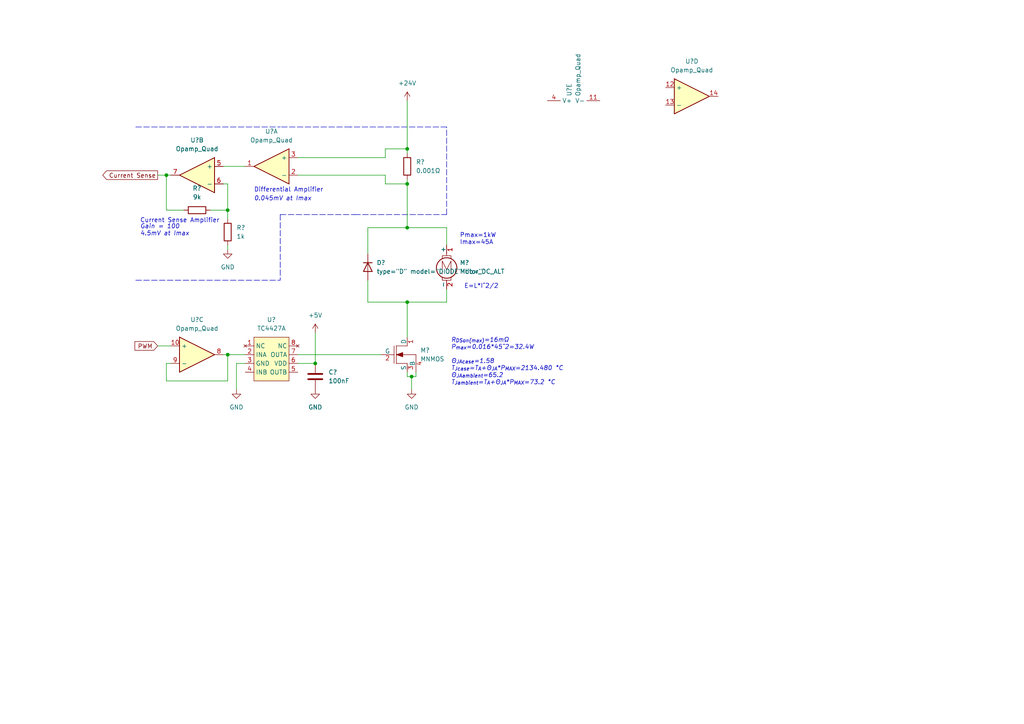
<source format=kicad_sch>
(kicad_sch (version 20211123) (generator eeschema)
  (paper "A4")
  (lib_symbols
    (symbol "Device:C" (pin_numbers hide) (pin_names (offset 0.254))
      (property "Reference" "C" (at 0.635 2.54 0))
      (property "Value" "C" (at 0.635 -2.54 0))
      (symbol "C_0_1"
        (polyline (pts (xy -2.032 -0.762) (xy 2.032 -0.762)) (stroke (width 0.508)))
        (polyline (pts (xy -2.032 0.762) (xy 2.032 0.762)) (stroke (width 0.508)))
      )
      (symbol "C_1_1"
        (pin passive line (at 0 3.81 270) (length 2.794) (name "~") (number "1"))
        (pin passive line (at 0 -3.81 90) (length 2.794) (name "~") (number "2"))
      )
    )
    (symbol "Device:Opamp_Quad"
      (property "Reference" "U" (at 0 5.08 0))
      (property "Value" "Opamp_Quad" (at 0 -5.08 0))
      (symbol "Opamp_Quad_1_1"
        (polyline (pts (xy -5.08 5.08) (xy 5.08 0) (xy -5.08 -5.08) (xy -5.08 5.08)) (stroke (width 0.254)) (fill (type background)))
        (pin output line (at 7.62 0 180) (length 2.54) (name "~") (number "1"))
        (pin input line (at -7.62 -2.54 0) (length 2.54) (name "-") (number "2"))
        (pin input line (at -7.62 2.54 0) (length 2.54) (name "+") (number "3"))
      )
      (symbol "Opamp_Quad_2_1"
        (polyline (pts (xy -5.08 5.08) (xy 5.08 0) (xy -5.08 -5.08) (xy -5.08 5.08)) (stroke (width 0.254)) (fill (type background)))
        (pin input line (at -7.62 2.54 0) (length 2.54) (name "+") (number "5"))
        (pin input line (at -7.62 -2.54 0) (length 2.54) (name "-") (number "6"))
        (pin output line (at 7.62 0 180) (length 2.54) (name "~") (number "7"))
      )
      (symbol "Opamp_Quad_3_1"
        (polyline (pts (xy -5.08 5.08) (xy 5.08 0) (xy -5.08 -5.08) (xy -5.08 5.08)) (stroke (width 0.254)) (fill (type background)))
        (pin input line (at -7.62 2.54 0) (length 2.54) (name "+") (number "10"))
        (pin output line (at 7.62 0 180) (length 2.54) (name "~") (number "8"))
        (pin input line (at -7.62 -2.54 0) (length 2.54) (name "-") (number "9"))
      )
      (symbol "Opamp_Quad_4_1"
        (polyline (pts (xy -5.08 5.08) (xy 5.08 0) (xy -5.08 -5.08) (xy -5.08 5.08)) (stroke (width 0.254)) (fill (type background)))
        (pin input line (at -7.62 2.54 0) (length 2.54) (name "+") (number "12"))
        (pin input line (at -7.62 -2.54 0) (length 2.54) (name "-") (number "13"))
        (pin output line (at 7.62 0 180) (length 2.54) (name "~") (number "14"))
      )
      (symbol "Opamp_Quad_5_1"
        (pin power_in line (at -2.54 -7.62 90) (length 3.81) (name "V-") (number "11"))
        (pin power_in line (at -2.54 7.62 270) (length 3.81) (name "V+") (number "4"))
      )
    )
    (symbol "Device:R" (pin_numbers hide) (pin_names (offset 0))
      (property "Reference" "R" (at 2.032 0 90))
      (property "Value" "R" (at 0 0 90))
      (symbol "R_0_1"
        (rectangle (start -1.016 -2.54) (end 1.016 2.54) (stroke (width 0.254)))
      )
      (symbol "R_1_1"
        (pin passive line (at 0 3.81 270) (length 1.27) (name "~") (number "1"))
        (pin passive line (at 0 -3.81 90) (length 1.27) (name "~") (number "2"))
      )
    )
    (symbol "Motor:Motor_DC_ALT" (pin_names (offset 0))
      (property "Reference" "M" (at 2.54 2.54 0))
      (property "Value" "Motor_DC_ALT" (at 2.54 -5.08 0))
      (symbol "Motor_DC_ALT_0_0"
        (circle (center 0 -1.524) (radius 2.9718) (stroke (width 0.254)))
        (polyline (pts (xy -1.27 -4.318) (xy -1.27 -5.08) (xy 1.27 -5.08) (xy 1.27 -4.318)))
        (polyline (pts (xy -1.27 1.27) (xy -1.27 2.032) (xy 1.27 2.032) (xy 1.27 1.27)))
        (polyline (pts (xy -1.27 -3.302) (xy -1.27 0.508) (xy 0 -2.032) (xy 1.27 0.508) (xy 1.27 -3.302)))
      )
      (symbol "Motor_DC_ALT_0_1"
        (polyline (pts (xy 0 2.032) (xy 0 2.54)))
      )
      (symbol "Motor_DC_ALT_1_1"
        (pin passive line (at 0 5.08 270) (length 2.54) (name "+") (number "1"))
        (pin passive line (at 0 -7.62 90) (length 2.54) (name "-") (number "2"))
      )
    )
    (symbol "MySymbols:TC4427A"
      (property "Reference" "U" (at -3.81 6.35 0))
      (property "Value" "TC4427A" (at 0 -8.89 0))
      (symbol "TC4427A_0_1"
        (rectangle (start -5.08 5.08) (end 5.08 -7.62) (fill (type background)))
      )
      (symbol "TC4427A_1_1"
        (pin no_connect line (at -7.62 2.54 0) (length 2.54) (name "NC") (number "1"))
        (pin input line (at -7.62 0 0) (length 2.54) (name "INA") (number "2"))
        (pin unspecified line (at -7.62 -2.54 0) (length 2.54) (name "GND") (number "3"))
        (pin input line (at -7.62 -5.08 0) (length 2.54) (name "INB") (number "4"))
        (pin output line (at 7.62 -5.08 180) (length 2.54) (name "OUTB") (number "5"))
        (pin power_in line (at 7.62 -2.54 180) (length 2.54) (name "VDD") (number "6"))
        (pin output line (at 7.62 0 180) (length 2.54) (name "OUTA") (number "7"))
        (pin no_connect line (at 7.62 2.54 180) (length 2.54) (name "NC") (number "8"))
      )
    )
    (symbol "Simulation_SPICE:DIODE" (pin_numbers hide) (pin_names (offset 1.016) hide)
      (property "Reference" "D" (at 0 2.54 0))
      (property "Value" "DIODE" (at 0 -2.54 0))
      (symbol "DIODE_0_1"
        (polyline (pts (xy 1.27 0) (xy -1.27 0)))
        (polyline (pts (xy 1.27 1.27) (xy 1.27 -1.27)) (stroke (width 0.254)))
        (polyline (pts (xy -1.27 -1.27) (xy -1.27 1.27) (xy 1.27 0) (xy -1.27 -1.27)) (stroke (width 0.254)))
      )
      (symbol "DIODE_1_1"
        (pin passive line (at -3.81 0 0) (length 2.54) (name "A") (number "1"))
        (pin passive line (at 3.81 0 180) (length 2.54) (name "K") (number "2"))
      )
    )
    (symbol "power:+24V" (power) (pin_names (offset 0))
      (property "Value" "+24V" (at 0 3.556 0))
      (symbol "+24V_0_1"
        (polyline (pts (xy -0.762 1.27) (xy 0 2.54)))
        (polyline (pts (xy 0 0) (xy 0 2.54)))
        (polyline (pts (xy 0 2.54) (xy 0.762 1.27)))
      )
      (symbol "+24V_1_1"
        (pin power_in line (at 0 0 90) (length 0) hide (name "+24V") (number "1"))
      )
    )
    (symbol "power:+5V" (power) (pin_names (offset 0))
      (property "Value" "+5V" (at 0 3.556 0))
      (symbol "+5V_0_1"
        (polyline (pts (xy -0.762 1.27) (xy 0 2.54)))
        (polyline (pts (xy 0 0) (xy 0 2.54)))
        (polyline (pts (xy 0 2.54) (xy 0.762 1.27)))
      )
      (symbol "+5V_1_1"
        (pin power_in line (at 0 0 90) (length 0) hide (name "+5V") (number "1"))
      )
    )
    (symbol "power:GND" (power) (pin_names (offset 0))
      (property "Value" "GND" (at 0 -3.81 0))
      (symbol "GND_0_1"
        (polyline (pts (xy 0 0) (xy 0 -1.27) (xy 1.27 -1.27) (xy 0 -2.54) (xy -1.27 -1.27) (xy 0 -1.27)))
      )
      (symbol "GND_1_1"
        (pin power_in line (at 0 0 270) (length 0) hide (name "GND") (number "1"))
      )
    )
    (symbol "pspice:MNMOS" (pin_names (offset 0))
      (property "Reference" "M" (at 7.62 1.27 0))
      (property "Value" "MNMOS" (at 7.62 -1.27 0))
      (symbol "MNMOS_0_1"
        (polyline (pts (xy -1.27 -2.54) (xy -1.27 2.54)))
        (polyline (pts (xy -0.635 -2.54) (xy 2.54 -2.54)))
        (polyline (pts (xy 2.54 2.54) (xy -0.635 2.54)))
        (polyline (pts (xy 5.08 0) (xy -0.635 0)))
        (polyline (pts (xy -0.635 0) (xy 1.27 0.635) (xy 1.27 -0.635) (xy -0.635 0)) (fill (type outline)))
      )
      (symbol "MNMOS_1_1"
        (polyline (pts (xy -0.635 -2.54) (xy -0.635 2.54)))
        (pin passive line (at 2.54 5.08 270) (length 2.54) (name "D") (number "1"))
        (pin input line (at -5.08 0 0) (length 3.81) (name "G") (number "2"))
        (pin passive line (at 2.54 -5.08 90) (length 2.54) (name "S") (number "3"))
        (pin input line (at 5.08 -5.08 90) (length 5.08) (name "B") (number "4"))
      )
    )
  )
  (junction (at 118.11 53.34))
  (junction (at 66.04 102.87))
  (junction (at 91.44 105.41))
  (junction (at 119.38 109.22))
  (junction (at 66.04 60.96))
  (junction (at 118.11 43.18))
  (junction (at 118.11 66.04))
  (junction (at 48.26 50.8))
  (junction (at 118.11 87.63))
  (wire (pts (xy 66.04 102.87) (xy 71.12 102.87)))
  (wire (pts (xy 106.68 87.63) (xy 118.11 87.63)))
  (wire (pts (xy 119.38 109.22) (xy 119.38 113.03)))
  (polyline (pts (xy 129.54 36.83) (xy 101.6 36.83)))
  (wire (pts (xy 118.11 53.34) (xy 118.11 66.04)))
  (wire (pts (xy 111.76 45.72) (xy 111.76 43.18)))
  (wire (pts (xy 111.76 53.34) (xy 111.76 50.8)))
  (wire (pts (xy 66.04 110.49) (xy 48.26 110.49)))
  (polyline (pts (xy 102.87 62.23) (xy 102.87 62.23)))
  (wire (pts (xy 91.44 105.41) (xy 86.36 105.41)))
  (wire (pts (xy 66.04 63.5) (xy 66.04 60.96)))
  (wire (pts (xy 64.77 48.26) (xy 71.12 48.26)))
  (wire (pts (xy 60.96 60.96) (xy 66.04 60.96)))
  (wire (pts (xy 48.26 50.8) (xy 48.26 60.96)))
  (polyline (pts (xy 102.87 62.23) (xy 129.54 62.23)))
  (wire (pts (xy 111.76 43.18) (xy 118.11 43.18)))
  (wire (pts (xy 119.38 109.22) (xy 120.65 109.22)))
  (wire (pts (xy 120.65 109.22) (xy 120.65 107.95)))
  (wire (pts (xy 66.04 53.34) (xy 64.77 53.34)))
  (wire (pts (xy 45.72 100.33) (xy 49.53 100.33)))
  (wire (pts (xy 66.04 71.12) (xy 66.04 72.39)))
  (wire (pts (xy 48.26 105.41) (xy 48.26 110.49)))
  (wire (pts (xy 64.77 102.87) (xy 66.04 102.87)))
  (polyline (pts (xy 101.6 36.83) (xy 101.6 36.83)))
  (wire (pts (xy 49.53 50.8) (xy 48.26 50.8)))
  (wire (pts (xy 68.58 113.03) (xy 68.58 105.41)))
  (wire (pts (xy 129.54 87.63) (xy 129.54 83.82)))
  (wire (pts (xy 118.11 109.22) (xy 119.38 109.22)))
  (polyline (pts (xy 39.37 36.83) (xy 81.28 36.83)))
  (polyline (pts (xy 129.54 62.23) (xy 129.54 36.83)))
  (wire (pts (xy 118.11 66.04) (xy 129.54 66.04)))
  (wire (pts (xy 48.26 60.96) (xy 53.34 60.96)))
  (wire (pts (xy 45.72 50.8) (xy 48.26 50.8)))
  (wire (pts (xy 86.36 45.72) (xy 111.76 45.72)))
  (wire (pts (xy 106.68 81.28) (xy 106.68 87.63)))
  (wire (pts (xy 118.11 107.95) (xy 118.11 109.22)))
  (wire (pts (xy 86.36 102.87) (xy 110.49 102.87)))
  (wire (pts (xy 111.76 50.8) (xy 86.36 50.8)))
  (wire (pts (xy 129.54 66.04) (xy 129.54 71.12)))
  (polyline (pts (xy 81.28 62.23) (xy 102.87 62.23)))
  (wire (pts (xy 91.44 96.52) (xy 91.44 105.41)))
  (wire (pts (xy 118.11 43.18) (xy 118.11 44.45)))
  (wire (pts (xy 106.68 73.66) (xy 106.68 66.04)))
  (wire (pts (xy 68.58 105.41) (xy 71.12 105.41)))
  (wire (pts (xy 118.11 87.63) (xy 129.54 87.63)))
  (polyline (pts (xy 39.37 81.28) (xy 81.28 81.28)))
  (wire (pts (xy 118.11 52.07) (xy 118.11 53.34)))
  (polyline (pts (xy 101.6 36.83) (xy 81.28 36.83)))
  (wire (pts (xy 118.11 87.63) (xy 118.11 97.79)))
  (wire (pts (xy 118.11 53.34) (xy 111.76 53.34)))
  (wire (pts (xy 106.68 66.04) (xy 118.11 66.04)))
  (polyline (pts (xy 81.28 62.23) (xy 81.28 81.28)))
  (wire (pts (xy 118.11 29.21) (xy 118.11 43.18)))
  (wire (pts (xy 66.04 102.87) (xy 66.04 110.49)))
  (wire (pts (xy 48.26 105.41) (xy 49.53 105.41)))
  (wire (pts (xy 66.04 60.96) (xy 66.04 53.34)))
  (text "Gain = 100\n4.5mV at Imax" (at 40.64 68.58 0) (effects (font (size 1.27 1.27) italic) (justify left bottom)))
  (text "Differential Amplifier\n" (at 73.66 55.88 0) (effects (font (size 1.27 1.27)) (justify left bottom)))
  (text "Current Sense Amplifier" (at 40.64 64.77 0) (effects (font (size 1.27 1.27)) (justify left bottom)))
  (text "R_{DS}_{on}_{(max)}=16mΩ\nP_{max}=0.016*45^2=32.4W\n\nΘ_{JA}_{case}=1.58\nT_{J}_{case}=T_{A}+Θ_{JA}*P_{MAX}=2134.480 °C\nΘ_{JA}_{ambient}=65.2\nT_{J}_{ambient}=T_{A}+Θ_{JA}*P_{MAX}=73.2 °C" (at 130.81 111.76 0) (effects (font (size 1.27 1.27) italic) (justify left bottom)))
  (text "0.045mV at Imax" (at 73.66 58.42 0) (effects (font (size 1.27 1.27) italic) (justify left bottom)))
  (text "Pmax=1kW\nImax=45A\n" (at 133.35 71.12 0) (effects (font (size 1.27 1.27)) (justify left bottom)))
  (text "E=L*I^2/2\n" (at 134.62 83.82 0) (effects (font (size 1.27 1.27)) (justify left bottom)))
  (global_label "PWM" (shape input) (at 45.72 100.33 180) (property "Intersheet References" "${INTERSHEET_REFS}" (effects hide)))
  (global_label "Current Sense" (shape output) (at 45.72 50.8 180) (property "Intersheet References" "${INTERSHEET_REFS}" (effects hide)))
  (symbol (lib_id "pspice:MNMOS") (at 115.57 102.87 0) (unit 1)
    (property "Reference" "M?" (at 121.92 101.5999 0) (effects (justify left)))
    (property "Value" "MNMOS" (at 121.92 104.1399 0) (effects (justify left)))
  )
  (symbol (lib_id "Device:Opamp_Quad") (at 57.15 50.8 0) (mirror y) (unit 2)
    (property "Reference" "U?" (at 57.15 40.64 0))
    (property "Value" "Opamp_Quad" (at 57.15 43.18 0))
  )
  (symbol (lib_id "Device:Opamp_Quad") (at 166.37 26.67 90) (unit 5)
    (property "Reference" "U?" (at 165.0999 27.94 0) (effects (justify left)))
    (property "Value" "Opamp_Quad" (at 167.6399 27.94 0) (effects (justify left)))
  )
  (symbol (lib_id "Device:R") (at 66.04 67.31 0) (unit 1)
    (property "Reference" "R?" (at 68.58 66.0399 0) (effects (justify left)))
    (property "Value" "1k" (at 68.58 68.5799 0) (effects (justify left)))
  )
  (symbol (lib_id "Device:C") (at 91.44 109.22 0) (unit 1)
    (property "Reference" "C?" (at 95.25 107.9499 0) (effects (justify left)))
    (property "Value" "100nF" (at 95.25 110.4899 0) (effects (justify left)))
  )
  (symbol (lib_id "Device:Opamp_Quad") (at 200.66 27.94 0) (unit 4)
    (property "Reference" "U?" (at 200.66 17.78 0))
    (property "Value" "Opamp_Quad" (at 200.66 20.32 0))
  )
  (symbol (lib_id "power:+5V") (at 91.44 96.52 0) (unit 1)
    (property "Reference" "#PWR?" (effects hide))
    (property "Value" "+5V" (at 91.44 91.44 0))
  )
  (symbol (lib_id "Simulation_SPICE:DIODE") (at 106.68 77.47 90) (unit 1)
    (property "Reference" "D?" (at 109.22 76.1999 90) (effects (justify right)))
    (property "Value" "DIODE" (at 109.22 78.7399 90) (effects (justify right)))
    (property "Spice_Netlist_Enabled" "Y" (effects hide))
    (property "Spice_Primitive" "D" (effects hide))
  )
  (symbol (lib_id "power:+24V") (at 118.11 29.21 0) (unit 1)
    (property "Reference" "#PWR?" (effects hide))
    (property "Value" "+24V" (at 118.11 24.13 0))
  )
  (symbol (lib_id "MySymbols:TC4427A") (at 78.74 102.87 0) (unit 1)
    (property "Reference" "U?" (at 78.74 92.71 0))
    (property "Value" "TC4427A" (at 78.74 95.25 0))
  )
  (symbol (lib_id "power:GND") (at 91.44 113.03 0) (unit 1)
    (property "Reference" "#PWR?" (effects hide))
    (property "Value" "GND" (at 91.44 118.11 0))
  )
  (symbol (lib_id "Device:R") (at 118.11 48.26 0) (unit 1)
    (property "Reference" "R?" (at 120.65 46.9899 0) (effects (justify left)))
    (property "Value" "0.001Ω" (at 120.65 49.5299 0) (effects (justify left)))
  )
  (symbol (lib_id "power:GND") (at 119.38 113.03 0) (unit 1)
    (property "Reference" "#PWR?" (effects hide))
    (property "Value" "GND" (at 119.38 118.11 0))
  )
  (symbol (lib_id "power:GND") (at 68.58 113.03 0) (unit 1)
    (property "Reference" "#PWR?" (effects hide))
    (property "Value" "GND" (at 68.58 118.11 0))
  )
  (symbol (lib_id "Device:R") (at 57.15 60.96 90) (unit 1)
    (property "Reference" "R?" (at 57.15 54.61 90))
    (property "Value" "9k" (at 57.15 57.15 90))
  )
  (symbol (lib_id "power:GND") (at 66.04 72.39 0) (unit 1)
    (property "Reference" "#PWR?" (effects hide))
    (property "Value" "GND" (at 66.04 77.47 0))
  )
  (symbol (lib_id "Device:Opamp_Quad") (at 78.74 48.26 0) (mirror y) (unit 1)
    (property "Reference" "U?" (at 78.74 38.1 0))
    (property "Value" "Opamp_Quad" (at 78.74 40.64 0))
  )
  (symbol (lib_id "Device:Opamp_Quad") (at 57.15 102.87 0) (unit 3)
    (property "Reference" "U?" (at 57.15 92.71 0))
    (property "Value" "Opamp_Quad" (at 57.15 95.25 0))
  )
  (symbol (lib_id "Motor:Motor_DC_ALT") (at 129.54 76.2 0) (unit 1)
    (property "Reference" "M?" (at 133.35 76.1999 0) (effects (justify left)))
    (property "Value" "Motor_DC_ALT" (at 133.35 78.7399 0) (effects (justify left)))
  )
)
</source>
